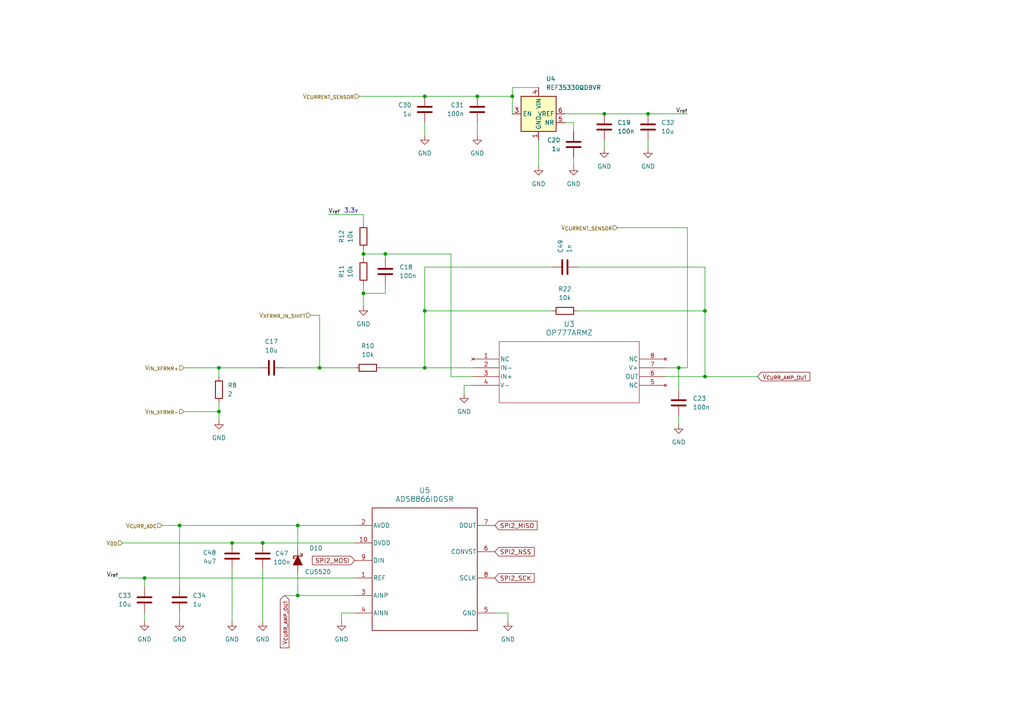
<source format=kicad_sch>
(kicad_sch (version 20250114) (generator "eeschema") (generator_version "9.0")
  (paper "A4")
  (lib_symbols
    (symbol "ADS8866IDGSR:ADS8866IDGSR" (pin_names (offset 0.254))
      (property "Reference" "U" (at 0 2.54 0))
      (property "Value" "ADS8866IDGSR" (at 0 0 0))
      (symbol "ADS8866IDGSR_0_1"
        (polyline (pts (xy -15.24 17.78) (xy -15.24 -17.78)) (stroke (width 0.2032)))
        (polyline (pts (xy -15.24 -17.78) (xy 15.24 -17.78)) (stroke (width 0.2032)))
        (polyline (pts (xy 15.24 17.78) (xy -15.24 17.78)) (stroke (width 0.2032)))
        (polyline (pts (xy 15.24 -17.78) (xy 15.24 17.78)) (stroke (width 0.2032)))
        (pin power_in line (at -20.32 12.7 0) (length 5.08) (name "AVDD") (number "2"))
        (pin power_in line (at -20.32 7.62 0) (length 5.08) (name "DVDD") (number "10"))
        (pin input line (at -20.32 2.54 0) (length 5.08) (name "DIN") (number "9"))
        (pin input line (at -20.32 -2.54 0) (length 5.08) (name "REF") (number "1"))
        (pin input line (at -20.32 -7.62 0) (length 5.08) (name "AINP") (number "3"))
        (pin input line (at -20.32 -12.7 0) (length 5.08) (name "AINN") (number "4"))
        (pin output line (at 20.32 12.7 180) (length 5.08) (name "DOUT") (number "7"))
        (pin input line (at 20.32 5.08 180) (length 5.08) (name "CONVST") (number "6"))
        (pin input line (at 20.32 -2.54 180) (length 5.08) (name "SCLK") (number "8"))
        (pin power_in line (at 20.32 -12.7 180) (length 5.08) (name "GND") (number "5"))
      )
    )
    (symbol "Device:C" (pin_numbers (hide yes)) (pin_names (offset 0.254))
      (property "Reference" "C" (at 0.635 2.54 0))
      (property "Value" "C" (at 0.635 -2.54 0))
      (symbol "C_0_1"
        (polyline (pts (xy -2.032 0.762) (xy 2.032 0.762)) (stroke (width 0.508)))
        (polyline (pts (xy -2.032 -0.762) (xy 2.032 -0.762)) (stroke (width 0.508)))
      )
      (symbol "C_1_1"
        (pin passive line (at 0 3.81 270) (length 2.794) (name "~") (number "1"))
        (pin passive line (at 0 -3.81 90) (length 2.794) (name "~") (number "2"))
      )
    )
    (symbol "Device:R" (pin_numbers (hide yes)) (pin_names (offset 0))
      (property "Reference" "R" (at 2.032 0 90))
      (property "Value" "R" (at 0 0 90))
      (symbol "R_0_1"
        (rectangle (start -1.016 -2.54) (end 1.016 2.54) (stroke (width 0.254)))
      )
      (symbol "R_1_1"
        (pin passive line (at 0 3.81 270) (length 1.27) (name "~") (number "1"))
        (pin passive line (at 0 -3.81 90) (length 1.27) (name "~") (number "2"))
      )
    )
    (symbol "OP777:OP777ARMZ" (pin_names (offset 0.254))
      (property "Reference" "U" (at 27.94 10.16 0))
      (property "Value" "OP777ARMZ" (at 27.94 7.62 0))
      (symbol "OP777ARMZ_0_1"
        (polyline (pts (xy 7.62 5.08) (xy 7.62 -12.7)) (stroke (width 0.127)))
        (polyline (pts (xy 7.62 -12.7) (xy 48.26 -12.7)) (stroke (width 0.127)))
        (polyline (pts (xy 48.26 5.08) (xy 7.62 5.08)) (stroke (width 0.127)))
        (polyline (pts (xy 48.26 -12.7) (xy 48.26 5.08)) (stroke (width 0.127)))
        (pin no_connect line (at 0 0 0) (length 7.62) (name "NC") (number "1"))
        (pin input line (at 0 -2.54 0) (length 7.62) (name "IN-") (number "2"))
        (pin input line (at 0 -5.08 0) (length 7.62) (name "IN+") (number "3"))
        (pin power_in line (at 0 -7.62 0) (length 7.62) (name "V-") (number "4"))
        (pin no_connect line (at 55.88 0 180) (length 7.62) (name "NC") (number "8"))
        (pin power_in line (at 55.88 -2.54 180) (length 7.62) (name "V+") (number "7"))
        (pin output line (at 55.88 -5.08 180) (length 7.62) (name "OUT") (number "6"))
        (pin no_connect line (at 55.88 -7.62 180) (length 7.62) (name "NC") (number "5"))
      )
    )
    (symbol "PCM_Diode_Schottky_AKL:CUS520" (pin_numbers (hide yes)) (pin_names (offset 1.016) (hide yes))
      (property "Reference" "D" (at 0 6.35 0))
      (property "Value" "CUS520" (at 0 3.81 0))
      (symbol "CUS520_0_1"
        (polyline (pts (xy -1.27 0) (xy 1.27 0)))
        (polyline (pts (xy -1.27 -1.27) (xy -1.27 1.27) (xy 1.27 0) (xy -1.27 -1.27)) (stroke (width 0.254)) (fill (type outline)))
        (polyline (pts (xy 1.905 -0.762) (xy 1.905 -1.27) (xy 1.27 -1.27) (xy 1.27 1.27) (xy 0.635 1.27) (xy 0.635 0.762)) (stroke (width 0.254)))
      )
      (symbol "CUS520_0_2"
        (polyline (pts (xy -2.54 -2.54) (xy 2.54 2.54)))
        (polyline (pts (xy -0.889 -0.889) (xy -1.778 0) (xy 0.889 0.889) (xy 0 -1.778) (xy -0.889 -0.889)) (stroke (width 0.254)) (fill (type outline)))
        (polyline (pts (xy 0 1.778) (xy 1.778 0)) (stroke (width 0.254)))
        (polyline (pts (xy 0 1.778) (xy -0.381 1.397) (xy 0 1.016)) (stroke (width 0.254)))
        (polyline (pts (xy 1.778 0) (xy 2.159 0.381) (xy 1.778 0.762)) (stroke (width 0.254)))
      )
      (symbol "CUS520_1_1"
        (pin passive line (at -3.81 0 0) (length 2.54) (name "A") (number "2"))
        (pin passive line (at 3.81 0 180) (length 2.54) (name "K") (number "1"))
      )
      (symbol "CUS520_1_2"
        (pin passive line (at -2.54 -2.54 0) (length 0) (name "A") (number "2"))
        (pin passive line (at 2.54 2.54 180) (length 0) (name "K") (number "1"))
      )
    )
    (symbol "Reference_Voltage:REF35330QDBVR"
      (property "Reference" "U" (at 3.81 6.35 0))
      (property "Value" "REF35330QDBVR" (at 8.636 -6.35 0))
      (symbol "REF35330QDBVR_1_1"
        (rectangle (start -5.08 5.08) (end 5.08 -5.08) (stroke (width 0.254)) (fill (type background)))
        (pin input line (at -7.62 0 0) (length 2.54) (name "EN") (number "3"))
        (pin power_in line (at 0 7.62 270) (length 2.54) (name "VIN") (number "4"))
        (pin power_in line (at 0 -7.62 90) (length 2.54) (name "GND") (number "1"))
        (pin passive line (at 0 -7.62 90) (length 2.54) (hide yes) (name "GND") (number "2"))
        (pin power_out line (at 7.62 0 180) (length 2.54) (name "VREF") (number "6"))
        (pin output line (at 7.62 -2.54 180) (length 2.54) (name "NR") (number "5"))
      )
    )
    (symbol "power:GND" (power) (pin_numbers (hide yes)) (pin_names (offset 0) (hide yes))
      (property "Value" "GND" (at 0 -3.81 0))
      (symbol "GND_0_1"
        (polyline (pts (xy 0 0) (xy 0 -1.27) (xy 1.27 -1.27) (xy 0 -2.54) (xy -1.27 -1.27) (xy 0 -1.27)))
      )
      (symbol "GND_1_1"
        (pin power_in line (at 0 0 270) (length 0) (name "~") (number "1"))
      )
    )
  )
  (text "3.3v" (at 101.854 61.214 0) (effects (font (size 1.27 1.27))))
  (junction (at 105.41 85.09))
  (junction (at 52.07 152.4))
  (junction (at 86.36 152.4))
  (junction (at 175.26 33.02))
  (junction (at 76.2 157.48))
  (junction (at 148.59 27.94))
  (junction (at 123.19 27.94))
  (junction (at 123.19 106.68))
  (junction (at 63.5 119.38))
  (junction (at 138.43 27.94))
  (junction (at 63.5 106.68))
  (junction (at 204.47 109.22))
  (junction (at 86.36 172.72))
  (junction (at 41.91 167.64))
  (junction (at 92.71 106.68))
  (junction (at 187.96 33.02))
  (junction (at 196.85 106.68))
  (junction (at 105.41 73.66))
  (junction (at 111.76 73.66))
  (junction (at 123.19 90.17))
  (junction (at 67.31 157.48))
  (junction (at 204.47 90.17))
  (wire (pts (xy 187.96 40.64) (xy 187.96 43.18)))
  (wire (pts (xy 130.81 109.22) (xy 137.16 109.22)))
  (wire (pts (xy 187.96 33.02) (xy 175.26 33.02)))
  (wire (pts (xy 193.04 106.68) (xy 196.85 106.68)))
  (wire (pts (xy 148.59 25.4) (xy 148.59 27.94)))
  (wire (pts (xy 67.31 157.48) (xy 76.2 157.48)))
  (wire (pts (xy 123.19 35.56) (xy 123.19 39.37)))
  (wire (pts (xy 167.64 77.47) (xy 204.47 77.47)))
  (wire (pts (xy 105.41 82.55) (xy 105.41 85.09)))
  (wire (pts (xy 196.85 106.68) (xy 196.85 113.03)))
  (wire (pts (xy 204.47 109.22) (xy 204.47 90.17)))
  (wire (pts (xy 86.36 152.4) (xy 86.36 158.75)))
  (wire (pts (xy 102.87 177.8) (xy 99.06 177.8)))
  (wire (pts (xy 199.39 106.68) (xy 199.39 66.04)))
  (wire (pts (xy 160.02 77.47) (xy 123.19 77.47)))
  (wire (pts (xy 34.29 167.64) (xy 41.91 167.64)))
  (wire (pts (xy 160.02 90.17) (xy 123.19 90.17)))
  (wire (pts (xy 76.2 180.34) (xy 76.2 165.1)))
  (wire (pts (xy 99.06 177.8) (xy 99.06 180.34)))
  (wire (pts (xy 82.55 106.68) (xy 92.71 106.68)))
  (wire (pts (xy 123.19 90.17) (xy 123.19 106.68)))
  (wire (pts (xy 123.19 77.47) (xy 123.19 90.17)))
  (wire (pts (xy 86.36 172.72) (xy 102.87 172.72)))
  (wire (pts (xy 41.91 167.64) (xy 102.87 167.64)))
  (wire (pts (xy 166.37 35.56) (xy 166.37 38.1)))
  (wire (pts (xy 166.37 45.72) (xy 166.37 48.26)))
  (wire (pts (xy 123.19 27.94) (xy 138.43 27.94)))
  (wire (pts (xy 138.43 35.56) (xy 138.43 39.37)))
  (wire (pts (xy 134.62 111.76) (xy 134.62 114.3)))
  (wire (pts (xy 111.76 73.66) (xy 130.81 73.66)))
  (wire (pts (xy 193.04 109.22) (xy 204.47 109.22)))
  (wire (pts (xy 46.99 152.4) (xy 52.07 152.4)))
  (wire (pts (xy 130.81 73.66) (xy 130.81 109.22)))
  (wire (pts (xy 111.76 82.55) (xy 111.76 85.09)))
  (wire (pts (xy 104.14 27.94) (xy 123.19 27.94)))
  (wire (pts (xy 204.47 109.22) (xy 219.71 109.22)))
  (wire (pts (xy 105.41 73.66) (xy 105.41 74.93)))
  (wire (pts (xy 148.59 25.4) (xy 156.21 25.4)))
  (wire (pts (xy 105.41 72.39) (xy 105.41 73.66)))
  (wire (pts (xy 123.19 106.68) (xy 137.16 106.68)))
  (wire (pts (xy 90.17 91.44) (xy 92.71 91.44)))
  (wire (pts (xy 35.56 157.48) (xy 67.31 157.48)))
  (wire (pts (xy 92.71 91.44) (xy 92.71 106.68)))
  (wire (pts (xy 156.21 40.64) (xy 156.21 48.26)))
  (wire (pts (xy 175.26 33.02) (xy 163.83 33.02)))
  (wire (pts (xy 52.07 180.34) (xy 52.07 177.8)))
  (wire (pts (xy 86.36 166.37) (xy 86.36 172.72)))
  (wire (pts (xy 138.43 27.94) (xy 148.59 27.94)))
  (wire (pts (xy 167.64 90.17) (xy 204.47 90.17)))
  (wire (pts (xy 53.34 106.68) (xy 63.5 106.68)))
  (wire (pts (xy 137.16 111.76) (xy 134.62 111.76)))
  (wire (pts (xy 105.41 85.09) (xy 105.41 88.9)))
  (wire (pts (xy 148.59 27.94) (xy 148.59 33.02)))
  (wire (pts (xy 52.07 170.18) (xy 52.07 152.4)))
  (wire (pts (xy 111.76 85.09) (xy 105.41 85.09)))
  (wire (pts (xy 111.76 73.66) (xy 111.76 74.93)))
  (wire (pts (xy 204.47 77.47) (xy 204.47 90.17)))
  (wire (pts (xy 105.41 73.66) (xy 111.76 73.66)))
  (wire (pts (xy 92.71 106.68) (xy 102.87 106.68)))
  (wire (pts (xy 41.91 177.8) (xy 41.91 180.34)))
  (wire (pts (xy 67.31 180.34) (xy 67.31 165.1)))
  (wire (pts (xy 199.39 66.04) (xy 179.07 66.04)))
  (wire (pts (xy 199.39 33.02) (xy 187.96 33.02)))
  (wire (pts (xy 110.49 106.68) (xy 123.19 106.68)))
  (wire (pts (xy 147.32 177.8) (xy 147.32 180.34)))
  (wire (pts (xy 163.83 35.56) (xy 166.37 35.56)))
  (wire (pts (xy 86.36 152.4) (xy 102.87 152.4)))
  (wire (pts (xy 76.2 157.48) (xy 102.87 157.48)))
  (wire (pts (xy 196.85 120.65) (xy 196.85 123.19)))
  (wire (pts (xy 175.26 40.64) (xy 175.26 43.18)))
  (wire (pts (xy 63.5 106.68) (xy 74.93 106.68)))
  (wire (pts (xy 63.5 116.84) (xy 63.5 119.38)))
  (wire (pts (xy 105.41 62.23) (xy 95.25 62.23)))
  (wire (pts (xy 196.85 106.68) (xy 199.39 106.68)))
  (wire (pts (xy 53.34 119.38) (xy 63.5 119.38)))
  (wire (pts (xy 82.55 172.72) (xy 86.36 172.72)))
  (wire (pts (xy 143.51 177.8) (xy 147.32 177.8)))
  (wire (pts (xy 52.07 152.4) (xy 86.36 152.4)))
  (wire (pts (xy 105.41 64.77) (xy 105.41 62.23)))
  (wire (pts (xy 41.91 170.18) (xy 41.91 167.64)))
  (wire (pts (xy 63.5 119.38) (xy 63.5 121.92)))
  (wire (pts (xy 63.5 109.22) (xy 63.5 106.68)))
  (label "V_{ref}" (at 34.29 167.64 180))
  (label "V_{ref}" (at 95.25 62.23 0))
  (label "V_{ref}" (at 199.39 33.02 180))
  (global_label "SPI2_MOSI" (shape input) (at 102.87 162.56 180) (property "Intersheetrefs" "${INTERSHEET_REFS}" (effects (hide yes))))
  (global_label "SPI2_SCK" (shape input) (at 143.51 167.64 0) (property "Intersheetrefs" "${INTERSHEET_REFS}" (effects (hide yes))))
  (global_label "SPI2_MISO" (shape input) (at 143.51 152.4 0) (property "Intersheetrefs" "${INTERSHEET_REFS}" (effects (hide yes))))
  (global_label "V_{CURR_AMP_OUT}" (shape input) (at 219.71 109.22 0) (property "Intersheetrefs" "${INTERSHEET_REFS}" (effects (hide yes))))
  (global_label "V_{CURR_AMP_OUT}" (shape input) (at 82.55 172.72 270) (property "Intersheetrefs" "${INTERSHEET_REFS}" (effects (hide yes))))
  (global_label "SPI2_NSS" (shape input) (at 143.51 160.02 0) (property "Intersheetrefs" "${INTERSHEET_REFS}" (effects (hide yes))))
  (hierarchical_label "V_{IN_XFRMR+}" (shape input) (at 53.34 106.68 180))
  (hierarchical_label "V_{CURRENT_SENSOR}" (shape input) (at 104.14 27.94 180))
  (hierarchical_label "V_{XFRMR_IN_SHIFT}" (shape input) (at 90.17 91.44 180))
  (hierarchical_label "V_{IN_XFRMR-}" (shape input) (at 53.34 119.38 180))
  (hierarchical_label "V_{CURRENT_SENSOR}" (shape input) (at 179.07 66.04 180))
  (hierarchical_label "V_{CURR_ADC}" (shape input) (at 46.99 152.4 180))
  (hierarchical_label "V_{DD}" (shape input) (at 35.56 157.48 180))
  (symbol (lib_id "power:GND") (at 76.2 180.34 0) (unit 1)
    (property "Reference" "#PWR053" (effects (hide yes)))
    (property "Value" "GND" (at 76.2 185.42 0))
    (property "Description" "Power symbol creates a global label with name \"GND\" , ground" (effects (hide yes)))
  )
  (symbol (lib_id "Device:C") (at 196.85 116.84 0) (unit 1)
    (property "Reference" "C23" (at 200.914 115.57 0) (effects (justify left)))
    (property "Value" "100n" (at 200.914 118.11 0) (effects (justify left)))
    (property "Footprint" "Capacitor_SMD:C_0603_1608Metric" (effects (hide yes)))
    (property "Description" "Unpolarized capacitor" (effects (hide yes)))
  )
  (symbol (lib_id "Device:C") (at 163.83 77.47 90) (unit 1)
    (property "Reference" "C49" (at 162.56 73.406 0) (effects (justify left)))
    (property "Value" "1n" (at 165.1 73.406 0) (effects (justify left)))
    (property "Footprint" "Capacitor_SMD:C_0603_1608Metric" (effects (hide yes)))
    (property "Description" "Unpolarized capacitor" (effects (hide yes)))
  )
  (symbol (lib_id "power:GND") (at 147.32 180.34 0) (unit 1)
    (property "Reference" "#PWR049" (effects (hide yes)))
    (property "Value" "GND" (at 147.32 185.42 0))
    (property "Description" "Power symbol creates a global label with name \"GND\" , ground" (effects (hide yes)))
  )
  (symbol (lib_id "power:GND") (at 63.5 121.92 0) (unit 1)
    (property "Reference" "#PWR028" (effects (hide yes)))
    (property "Value" "GND" (at 63.5 127 0))
    (property "Description" "Power symbol creates a global label with name \"GND\" , ground" (effects (hide yes)))
  )
  (symbol (lib_id "Device:C") (at 166.37 41.91 0) (mirror y) (unit 1)
    (property "Reference" "C20" (at 162.56 40.6399 0) (effects (justify left)))
    (property "Value" "1u" (at 162.56 43.1799 0) (effects (justify left)))
    (property "Footprint" "Capacitor_SMD:C_0603_1608Metric" (effects (hide yes)))
    (property "Description" "Unpolarized capacitor" (effects (hide yes)))
  )
  (symbol (lib_id "power:GND") (at 138.43 39.37 0) (unit 1)
    (property "Reference" "#PWR030" (effects (hide yes)))
    (property "Value" "GND" (at 138.43 44.45 0))
    (property "Description" "Power symbol creates a global label with name \"GND\" , ground" (effects (hide yes)))
  )
  (symbol (lib_id "Device:C") (at 76.2 161.29 0) (unit 1)
    (property "Reference" "C47" (at 79.756 160.528 0) (effects (justify left)))
    (property "Value" "100n" (at 79.248 163.068 0) (effects (justify left)))
    (property "Footprint" "Capacitor_SMD:C_0603_1608Metric" (effects (hide yes)))
    (property "Description" "Unpolarized capacitor" (effects (hide yes)))
  )
  (symbol (lib_id "power:GND") (at 175.26 43.18 0) (unit 1)
    (property "Reference" "#PWR024" (effects (hide yes)))
    (property "Value" "GND" (at 175.26 48.26 0))
    (property "Description" "Power symbol creates a global label with name \"GND\" , ground" (effects (hide yes)))
  )
  (symbol (lib_id "Device:C") (at 41.91 173.99 0) (mirror y) (unit 1)
    (property "Reference" "C33" (at 38.1 172.7199 0) (effects (justify left)))
    (property "Value" "10u" (at 38.1 175.2599 0) (effects (justify left)))
    (property "Footprint" "Capacitor_SMD:C_0603_1608Metric" (effects (hide yes)))
    (property "Description" "Unpolarized capacitor" (effects (hide yes)))
  )
  (symbol (lib_id "power:GND") (at 166.37 48.26 0) (unit 1)
    (property "Reference" "#PWR025" (effects (hide yes)))
    (property "Value" "GND" (at 166.37 53.34 0))
    (property "Description" "Power symbol creates a global label with name \"GND\" , ground" (effects (hide yes)))
  )
  (symbol (lib_id "OP777:OP777ARMZ") (at 137.16 104.14 0) (unit 1)
    (property "Reference" "U3" (at 165.1 93.98 0) (effects (font (size 1.524 1.524))))
    (property "Value" "OP777ARMZ" (at 165.1 96.52 0) (effects (font (size 1.524 1.524))))
    (property "Footprint" "footprints:R_8_ADI" (effects (hide yes)))
    (property "Datasheet" "https://www.analog.com/media/en/technical-documentation/data-sheets/OP777_727_747.pdf" (effects (hide yes)))
  )
  (symbol (lib_id "Device:C") (at 187.96 36.83 0) (unit 1)
    (property "Reference" "C32" (at 191.77 35.5599 0) (effects (justify left)))
    (property "Value" "10u" (at 191.77 38.0999 0) (effects (justify left)))
    (property "Footprint" "Capacitor_SMD:C_0603_1608Metric" (effects (hide yes)))
    (property "Description" "Unpolarized capacitor" (effects (hide yes)))
  )
  (symbol (lib_id "Device:R") (at 163.83 90.17 90) (unit 1)
    (property "Reference" "R22" (at 163.83 83.82 90))
    (property "Value" "10k" (at 163.83 86.36 90))
    (property "Footprint" "Resistor_SMD:R_0603_1608Metric" (effects (hide yes)))
    (property "Description" "Resistor" (effects (hide yes)))
  )
  (symbol (lib_id "Device:C") (at 52.07 173.99 0) (unit 1)
    (property "Reference" "C34" (at 55.88 172.7199 0) (effects (justify left)))
    (property "Value" "1u" (at 55.88 175.2599 0) (effects (justify left)))
    (property "Footprint" "Capacitor_SMD:C_0603_1608Metric" (effects (hide yes)))
    (property "Description" "Unpolarized capacitor" (effects (hide yes)))
  )
  (symbol (lib_id "Device:C") (at 138.43 31.75 0) (mirror y) (unit 1)
    (property "Reference" "C31" (at 134.62 30.4799 0) (effects (justify left)))
    (property "Value" "100n" (at 134.62 33.0199 0) (effects (justify left)))
    (property "Footprint" "Capacitor_SMD:C_0603_1608Metric" (effects (hide yes)))
    (property "Description" "Unpolarized capacitor" (effects (hide yes)))
  )
  (symbol (lib_id "Reference_Voltage:REF35330QDBVR") (at 156.21 33.02 0) (unit 1)
    (property "Reference" "U4" (at 158.3533 22.86 0) (effects (justify left)))
    (property "Value" "REF35330QDBVR" (at 158.3533 25.4 0) (effects (justify left)))
    (property "Footprint" "Package_TO_SOT_SMD:SOT-23-6" (effects (hide yes)))
    (property "Datasheet" "https://www.ti.com/lit/ds/symlink/ref35.pdf" (effects (hide yes)))
    (property "Description" "3.3V, Ultra Low-Power, High-Precision Voltage Reference, SOT-23-6" (effects (hide yes)))
  )
  (symbol (lib_id "power:GND") (at 105.41 88.9 0) (unit 1)
    (property "Reference" "#PWR080" (effects (hide yes)))
    (property "Value" "GND" (at 105.41 93.98 0))
    (property "Description" "Power symbol creates a global label with name \"GND\" , ground" (effects (hide yes)))
  )
  (symbol (lib_id "power:GND") (at 134.62 114.3 0) (unit 1)
    (property "Reference" "#PWR027" (effects (hide yes)))
    (property "Value" "GND" (at 134.62 119.38 0))
    (property "Description" "Power symbol creates a global label with name \"GND\" , ground" (effects (hide yes)))
  )
  (symbol (lib_id "Device:C") (at 78.74 106.68 90) (unit 1)
    (property "Reference" "C17" (at 78.74 99.06 90))
    (property "Value" "10u" (at 78.74 101.6 90))
    (property "Footprint" "Capacitor_SMD:C_0603_1608Metric" (effects (hide yes)))
    (property "Description" "Unpolarized capacitor" (effects (hide yes)))
  )
  (symbol (lib_id "Device:C") (at 123.19 31.75 0) (mirror y) (unit 1)
    (property "Reference" "C30" (at 119.38 30.4799 0) (effects (justify left)))
    (property "Value" "1u" (at 119.38 33.0199 0) (effects (justify left)))
    (property "Footprint" "Capacitor_SMD:C_0603_1608Metric" (effects (hide yes)))
    (property "Description" "Unpolarized capacitor" (effects (hide yes)))
  )
  (symbol (lib_id "Device:C") (at 111.76 78.74 0) (unit 1)
    (property "Reference" "C18" (at 115.824 77.47 0) (effects (justify left)))
    (property "Value" "100n" (at 115.824 80.01 0) (effects (justify left)))
    (property "Footprint" "Capacitor_SMD:C_0603_1608Metric" (effects (hide yes)))
    (property "Description" "Unpolarized capacitor" (effects (hide yes)))
  )
  (symbol (lib_id "Device:R") (at 105.41 78.74 0) (mirror y) (unit 1)
    (property "Reference" "R11" (at 99.06 78.74 90))
    (property "Value" "10k" (at 101.6 78.74 90))
    (property "Footprint" "Resistor_SMD:R_0603_1608Metric" (effects (hide yes)))
    (property "Description" "Resistor" (effects (hide yes)))
  )
  (symbol (lib_id "power:GND") (at 187.96 43.18 0) (unit 1)
    (property "Reference" "#PWR031" (effects (hide yes)))
    (property "Value" "GND" (at 187.96 48.26 0))
    (property "Description" "Power symbol creates a global label with name \"GND\" , ground" (effects (hide yes)))
  )
  (symbol (lib_id "Device:R") (at 105.41 68.58 180) (unit 1)
    (property "Reference" "R12" (at 99.06 68.58 90))
    (property "Value" "10k" (at 101.6 68.58 90))
    (property "Footprint" "Resistor_SMD:R_0603_1608Metric" (effects (hide yes)))
    (property "Description" "Resistor" (effects (hide yes)))
  )
  (symbol (lib_id "PCM_Diode_Schottky_AKL:CUS520") (at 86.36 162.56 90) (unit 1)
    (property "Reference" "D10" (at 89.662 159.004 90) (effects (justify right)))
    (property "Value" "CUS520" (at 88.392 165.862 90) (effects (justify right)))
    (property "Footprint" "PCM_Diode_SMD_AKL:D_SOD-323" (effects (hide yes)))
    (property "Datasheet" "https://www.tme.eu/Document/d22a55670b70006afef4e70763097008/CUS520.pdf" (effects (hide yes)))
    (property "Description" "SOD-323 Schottky diode, 30V, 200mA, Alternate KiCAD Library" (effects (hide yes)))
  )
  (symbol (lib_id "ADS8866IDGSR:ADS8866IDGSR") (at 123.19 165.1 0) (unit 1)
    (property "Reference" "U5" (at 123.19 142.24 0) (effects (font (size 1.524 1.524))))
    (property "Value" "ADS8866IDGSR" (at 123.19 144.78 0) (effects (font (size 1.524 1.524))))
    (property "Footprint" "Op-Amps:DGS0010A_N" (effects (hide yes)))
    (property "Datasheet" "https://www.ti.com/lit/gpn/ads8866" (effects (hide yes)))
  )
  (symbol (lib_id "Device:R") (at 63.5 113.03 0) (unit 1)
    (property "Reference" "R8" (at 66.04 111.7599 0) (effects (justify left)))
    (property "Value" "2" (at 66.04 114.2999 0) (effects (justify left)))
    (property "Footprint" "Resistor_SMD:R_1206_3216Metric" (effects (hide yes)))
    (property "Description" "Resistor" (effects (hide yes)))
  )
  (symbol (lib_id "Device:R") (at 106.68 106.68 90) (unit 1)
    (property "Reference" "R10" (at 106.68 100.33 90))
    (property "Value" "10k" (at 106.68 102.87 90))
    (property "Footprint" "Resistor_SMD:R_0603_1608Metric" (effects (hide yes)))
    (property "Description" "Resistor" (effects (hide yes)))
  )
  (symbol (lib_id "Device:C") (at 67.31 161.29 0) (mirror y) (unit 1)
    (property "Reference" "C48" (at 62.738 160.274 0) (effects (justify left)))
    (property "Value" "4u7" (at 62.738 162.814 0) (effects (justify left)))
    (property "Footprint" "Capacitor_SMD:C_0603_1608Metric" (effects (hide yes)))
    (property "Description" "Unpolarized capacitor" (effects (hide yes)))
  )
  (symbol (lib_id "power:GND") (at 52.07 180.34 0) (unit 1)
    (property "Reference" "#PWR051" (effects (hide yes)))
    (property "Value" "GND" (at 52.07 185.42 0))
    (property "Description" "Power symbol creates a global label with name \"GND\" , ground" (effects (hide yes)))
  )
  (symbol (lib_id "power:GND") (at 67.31 180.34 0) (unit 1)
    (property "Reference" "#PWR052" (effects (hide yes)))
    (property "Value" "GND" (at 67.31 185.42 0))
    (property "Description" "Power symbol creates a global label with name \"GND\" , ground" (effects (hide yes)))
  )
  (symbol (lib_id "power:GND") (at 99.06 180.34 0) (unit 1)
    (property "Reference" "#PWR032" (effects (hide yes)))
    (property "Value" "GND" (at 99.06 185.42 0))
    (property "Description" "Power symbol creates a global label with name \"GND\" , ground" (effects (hide yes)))
  )
  (symbol (lib_id "power:GND") (at 41.91 180.34 0) (unit 1)
    (property "Reference" "#PWR033" (effects (hide yes)))
    (property "Value" "GND" (at 41.91 185.42 0))
    (property "Description" "Power symbol creates a global label with name \"GND\" , ground" (effects (hide yes)))
  )
  (symbol (lib_id "power:GND") (at 156.21 48.26 0) (unit 1)
    (property "Reference" "#PWR029" (effects (hide yes)))
    (property "Value" "GND" (at 156.21 53.34 0))
    (property "Description" "Power symbol creates a global label with name \"GND\" , ground" (effects (hide yes)))
  )
  (symbol (lib_id "power:GND") (at 196.85 123.19 0) (unit 1)
    (property "Reference" "#PWR040" (effects (hide yes)))
    (property "Value" "GND" (at 196.85 128.27 0))
    (property "Description" "Power symbol creates a global label with name \"GND\" , ground" (effects (hide yes)))
  )
  (symbol (lib_id "power:GND") (at 123.19 39.37 0) (unit 1)
    (property "Reference" "#PWR026" (effects (hide yes)))
    (property "Value" "GND" (at 123.19 44.45 0))
    (property "Description" "Power symbol creates a global label with name \"GND\" , ground" (effects (hide yes)))
  )
  (symbol (lib_id "Device:C") (at 175.26 36.83 0) (unit 1)
    (property "Reference" "C19" (at 179.07 35.5599 0) (effects (justify left)))
    (property "Value" "100n" (at 179.07 38.0999 0) (effects (justify left)))
    (property "Footprint" "Capacitor_SMD:C_0603_1608Metric" (effects (hide yes)))
    (property "Description" "Unpolarized capacitor" (effects (hide yes)))
  )
)
</source>
